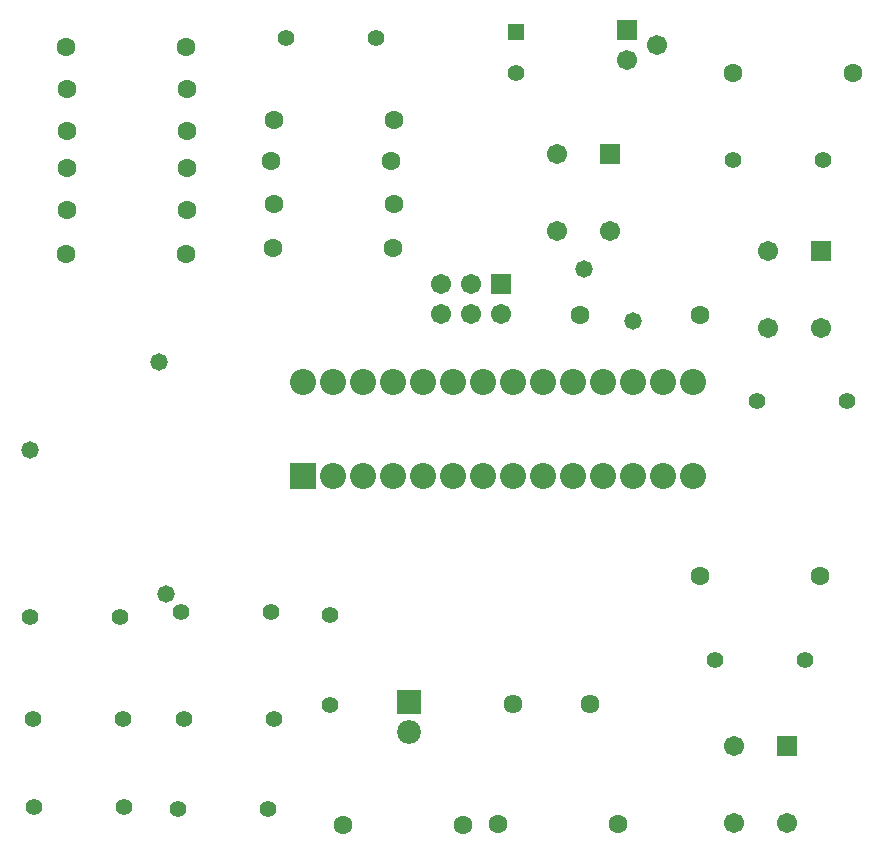
<source format=gbs>
G04*
G04 #@! TF.GenerationSoftware,Altium Limited,Altium Designer,24.10.1 (45)*
G04*
G04 Layer_Color=16711935*
%FSLAX44Y44*%
%MOMM*%
G71*
G04*
G04 #@! TF.SameCoordinates,03EB8B32-1028-4CD5-B254-22B402A092A0*
G04*
G04*
G04 #@! TF.FilePolarity,Negative*
G04*
G01*
G75*
%ADD28C,1.7112*%
%ADD29R,1.7112X1.7112*%
%ADD30C,1.4032*%
%ADD31C,1.6032*%
%ADD32C,1.7032*%
%ADD33R,1.7032X1.7032*%
%ADD34R,1.4032X1.4032*%
%ADD35C,2.0182*%
%ADD36R,2.0182X2.0182*%
%ADD37C,1.6112*%
%ADD38R,1.7018X1.7018*%
%ADD39C,1.7018*%
%ADD40R,2.2032X2.2032*%
%ADD41C,2.2032*%
%ADD42C,1.4732*%
D28*
X1097640Y343420D02*
D03*
Y408420D02*
D03*
X1142640Y343420D02*
D03*
X1126850Y762520D02*
D03*
Y827520D02*
D03*
X1171850Y762520D02*
D03*
X947780Y845070D02*
D03*
Y910070D02*
D03*
X992780Y845070D02*
D03*
D29*
X1142640Y408420D02*
D03*
X1171850Y827520D02*
D03*
X992780Y910070D02*
D03*
D30*
X1082040Y481330D02*
D03*
X1158240D02*
D03*
X1097280Y905120D02*
D03*
X1173480D02*
D03*
X1193800Y701040D02*
D03*
X1117600D02*
D03*
X718820Y1008380D02*
D03*
X795020D02*
D03*
X581660Y356870D02*
D03*
X505460D02*
D03*
X703580Y355600D02*
D03*
X627380D02*
D03*
X577850Y518160D02*
D03*
X501650D02*
D03*
X706120Y521970D02*
D03*
X629920D02*
D03*
X632460Y431800D02*
D03*
X708660D02*
D03*
X755650Y519430D02*
D03*
Y443230D02*
D03*
X913130Y978460D02*
D03*
X580390Y431800D02*
D03*
X504190D02*
D03*
D31*
X1069340Y552450D02*
D03*
X1170940D02*
D03*
X1097280Y978780D02*
D03*
X1198880D02*
D03*
X967740Y773430D02*
D03*
X1069340D02*
D03*
X999490Y342900D02*
D03*
X897890D02*
D03*
X810260Y867410D02*
D03*
X708660D02*
D03*
X868680Y341630D02*
D03*
X767080D02*
D03*
X707390Y830580D02*
D03*
X808990D02*
D03*
X532130Y825500D02*
D03*
X633730D02*
D03*
X533400Y862330D02*
D03*
X635000D02*
D03*
X533400Y929640D02*
D03*
X635000D02*
D03*
X533400Y965200D02*
D03*
X635000D02*
D03*
X532130Y1000760D02*
D03*
X633730D02*
D03*
X807720Y904240D02*
D03*
X706120D02*
D03*
X708660Y938530D02*
D03*
X810260D02*
D03*
X635000Y897890D02*
D03*
X533400D02*
D03*
D32*
X849630Y774700D02*
D03*
Y800100D02*
D03*
X875030Y774700D02*
D03*
Y800100D02*
D03*
X900430Y774700D02*
D03*
D33*
Y800100D02*
D03*
D34*
X913130Y1013460D02*
D03*
D35*
X822960Y420370D02*
D03*
D36*
Y445770D02*
D03*
D37*
X976110Y444500D02*
D03*
X911110D02*
D03*
D38*
X1007110Y1014730D02*
D03*
D39*
X1032510Y1002030D02*
D03*
X1007110Y989330D02*
D03*
D40*
X732790Y637310D02*
D03*
D41*
X758190D02*
D03*
X885190D02*
D03*
X910590D02*
D03*
X783590D02*
D03*
X808990D02*
D03*
X859790D02*
D03*
X834390D02*
D03*
X935990D02*
D03*
X961390D02*
D03*
X986790D02*
D03*
X1012190D02*
D03*
X1037590D02*
D03*
X1062990D02*
D03*
Y716510D02*
D03*
X1037590D02*
D03*
X1012190D02*
D03*
X986790D02*
D03*
X961390D02*
D03*
X935990D02*
D03*
X910590D02*
D03*
X885190D02*
D03*
X859790D02*
D03*
X834390D02*
D03*
X808990D02*
D03*
X783590D02*
D03*
X758190D02*
D03*
X732790D02*
D03*
D42*
X501650Y659260D02*
D03*
X1012190Y768350D02*
D03*
X610870Y734060D02*
D03*
X616966Y537464D02*
D03*
X971296Y812292D02*
D03*
M02*

</source>
